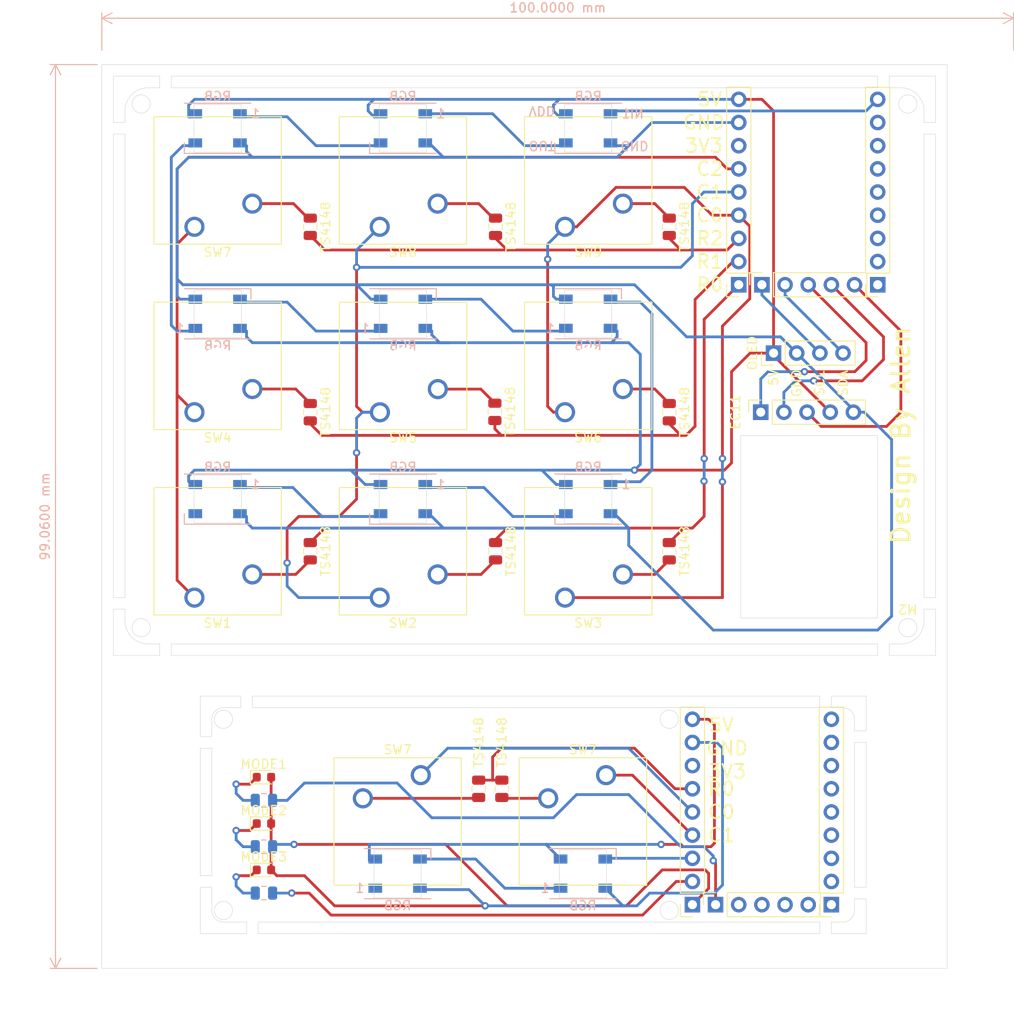
<source format=kicad_pcb>
(kicad_pcb (version 20211014) (generator pcbnew)
  (title_block (title "4*3_programmable_keyboard") (date "2022-05-29"))
  (layers (0 "F.Cu" signal) (31 "B.Cu" signal) (34 "B.Paste" user) (35 "F.Paste" user) (36 "B.SilkS" user "B.Silkscreen") (37 "F.SilkS" user "F.Silkscreen") (38 "B.Mask" user) (39 "F.Mask" user) (44 "Edge.Cuts" user))
  (net 0 "")
  (footprint "Capacitor_SMD:C_0805_2012Metric" (layer "F.Cu") (at 71.046677 91.401243 -90)
    (fp_text reference "TS4148")
    (fp_text value "C_0805_2012Metric")
  )
  (footprint "Button_Switch_Keyboard:SW_Cherry_MX_1.00u_Plate" (layer "F.Cu") (at 38.1 71.12 180)
    (fp_text reference "SW7")
    (fp_text value "SW_Cherry_MX_1.00u_Plate")
  )
  (footprint "Button_Switch_Keyboard:SW_Cherry_MX_1.00u_Plate" (layer "F.Cu") (at 58.42 71.12 180)
    (fp_text reference "SW8")
    (fp_text value "SW_Cherry_MX_1.00u_Plate")
  )
  (footprint "Capacitor_SMD:C_0805_2012Metric" (layer "F.Cu") (at 50.8 71.12 -90)
    (fp_text reference "TS4148")
    (fp_text value "C_0805_2012Metric")
  )
  (footprint "Capacitor_SMD:C_0805_2012Metric" (layer "F.Cu") (at 71.12 106.68 -90)
    (fp_text reference "TS4148")
    (fp_text value "C_0805_2012Metric")
  )
  (footprint "Connector_PinSocket_2.54mm:PinSocket_1x05_P2.54mm_Vertical" (layer "F.Cu") (at 95.25 145.415 90)
    (fp_text reference "REF**" hide)
    (fp_text value "PinSocket_1x05_P2.54mm_Vertical")
  )
  (footprint "Connector_PinSocket_2.54mm:PinSocket_1x09_P2.54mm_Vertical" (layer "F.Cu") (at 97.79 77.47 180)
    (fp_text reference "REF**" hide)
    (fp_text value "PinSocket_1x09_P2.54mm_Vertical")
  )
  (footprint "Capacitor_SMD:C_0805_2012Metric" (layer "F.Cu") (at 90.17 71.12 -90)
    (fp_text reference "TS4148")
    (fp_text value "C_0805_2012Metric")
  )
  (footprint "Capacitor_SMD:C_0805_2012Metric" (layer "F.Cu") (at 50.8 91.44 -90)
    (fp_text reference "TS4148")
    (fp_text value "C_0805_2012Metric")
  )
  (footprint "Button_Switch_Keyboard:SW_Cherry_MX_1.00u_Plate" (layer "F.Cu") (at 78.74 111.76 180)
    (fp_text reference "SW3")
    (fp_text value "SW_Cherry_MX_1.00u_Plate")
  )
  (footprint "Button_Switch_Keyboard:SW_Cherry_MX_1.00u_Plate" (layer "F.Cu") (at 62.92 131.22)
    (fp_text reference "SW7")
    (fp_text value "SW_Cherry_MX_1.00u_Plate")
  )
  (footprint "LED_SMD:LED_0603_1608Metric" (layer "F.Cu") (at 45.72 141.605)
    (fp_text reference "MODE３")
    (fp_text value "LED_0603_1608Metric")
  )
  (footprint "Button_Switch_Keyboard:SW_Cherry_MX_1.00u_Plate" (layer "F.Cu") (at 83.24 131.22)
    (fp_text reference "SW7")
    (fp_text value "SW_Cherry_MX_1.00u_Plate")
  )
  (footprint "Button_Switch_Keyboard:SW_Cherry_MX_1.00u_Plate" (layer "F.Cu") (at 58.42 111.76 180)
    (fp_text reference "SW2")
    (fp_text value "SW_Cherry_MX_1.00u_Plate")
  )
  (footprint "Button_Switch_Keyboard:SW_Cherry_MX_1.00u_Plate" (layer "F.Cu") (at 38.1 91.44 180)
    (fp_text reference "SW4")
    (fp_text value "SW_Cherry_MX_1.00u_Plate")
  )
  (footprint "Connector_PinSocket_2.54mm:PinSocket_1x09_P2.54mm_Vertical" (layer "F.Cu") (at 113.03 77.47 180)
    (fp_text reference "REF**" hide)
    (fp_text value "PinSocket_1x09_P2.54mm_Vertical")
  )
  (footprint "Capacitor_SMD:C_0805_2012Metric" (layer "F.Cu") (at 71.81 132.715 90)
    (fp_text reference "TS4148")
    (fp_text value "C_0805_2012Metric")
  )
  (footprint "Button_Switch_Keyboard:SW_Cherry_MX_1.00u_Plate" (layer "F.Cu") (at 58.439218 91.449609 180)
    (fp_text reference "SW5")
    (fp_text value "SW_Cherry_MX_1.00u_Plate")
  )
  (footprint "Button_Switch_Keyboard:SW_Cherry_MX_1.00u_Plate" (layer "F.Cu") (at 78.74 71.12 180)
    (fp_text reference "SW9")
    (fp_text value "SW_Cherry_MX_1.00u_Plate")
  )
  (footprint "LED_SMD:LED_0603_1608Metric" (layer "F.Cu") (at 45.72 136.525)
    (fp_text reference "MODE２")
    (fp_text value "LED_0603_1608Metric")
  )
  (footprint "Capacitor_SMD:C_0805_2012Metric" (layer "F.Cu") (at 90.17 106.68 -90)
    (fp_text reference "TS4148")
    (fp_text value "C_0805_2012Metric")
  )
  (footprint "LED_SMD:LED_0603_1608Metric" (layer "F.Cu") (at 45.72 131.445)
    (fp_text reference "MODE１")
    (fp_text value "LED_0603_1608Metric")
  )
  (footprint "Connector_PinSocket_2.54mm:PinSocket_1x09_P2.54mm_Vertical" (layer "F.Cu") (at 92.71 145.415 180)
    (fp_text reference "REF**" hide)
    (fp_text value "PinSocket_1x09_P2.54mm_Vertical")
  )
  (footprint "Button_Switch_Keyboard:SW_Cherry_MX_1.00u_Plate" (layer "F.Cu") (at 78.74 91.44 180)
    (fp_text reference "SW6")
    (fp_text value "SW_Cherry_MX_1.00u_Plate")
  )
  (footprint "Connector_PinSocket_2.54mm:PinSocket_1x09_P2.54mm_Vertical" (layer "F.Cu") (at 107.95 145.415 180)
    (fp_text reference "REF**" hide)
    (fp_text value "PinSocket_1x09_P2.54mm_Vertical")
  )
  (footprint "Button_Switch_Keyboard:SW_Cherry_MX_1.00u_Plate" (layer "F.Cu") (at 38.1 111.76 180)
    (fp_text reference "SW1")
    (fp_text value "SW_Cherry_MX_1.00u_Plate")
  )
  (footprint "Connector_PinSocket_2.54mm:PinSocket_1x05_P2.54mm_Vertical" (layer "F.Cu") (at 100.33 77.47 90)
    (fp_text reference "REF**" hide)
    (fp_text value "PinSocket_1x05_P2.54mm_Vertical")
  )
  (footprint "Connector_PinHeader_2.54mm:PinHeader_1x04_P2.54mm_Vertical" (layer "F.Cu") (at 101.61 84.963 90)
    (fp_text reference "OLED")
    (fp_text value "PinHeader_1x04_P2.54mm_Vertical")
  )
  (footprint "Capacitor_SMD:C_0805_2012Metric" (layer "F.Cu") (at 90.17 91.44 -90)
    (fp_text reference "TS4148")
    (fp_text value "C_0805_2012Metric")
  )
  (footprint "Connector_PinSocket_2.54mm:PinSocket_1x05_P2.54mm_Vertical" (layer "F.Cu") (at 100.203 91.44 90)
    (fp_text reference "EC11")
    (fp_text value "PinSocket_1x05_P2.54mm_Vertical")
  )
  (footprint "Capacitor_SMD:C_0805_2012Metric" (layer "F.Cu") (at 50.8 106.68 -90)
    (fp_text reference "TS4148")
    (fp_text value "C_0805_2012Metric")
  )
  (footprint "Capacitor_SMD:C_0805_2012Metric" (layer "F.Cu") (at 71.12 71.12 -90)
    (fp_text reference "TS4148")
    (fp_text value "C_0805_2012Metric")
  )
  (footprint "Capacitor_SMD:C_0805_2012Metric" (layer "F.Cu") (at 69.27 132.715 90)
    (fp_text reference "TS4148")
    (fp_text value "C_0805_2012Metric")
  )
  (footprint "Capacitor_SMD:C_0805_2012Metric" (layer "B.Cu") (at 45.72 139.065 180)
    (fp_text reference "TS4148" hide)
    (fp_text value "C_0805_2012Metric")
  )
  (footprint "LED_SMD:LED_WS2812B_PLCC4_5.0x5.0mm_P3.2mm" (layer "B.Cu") (at 60.96 60.325 180)
    (fp_text reference "RGB")
    (fp_text value "LED_WS2812B_PLCC4_5.0x5.0mm_P3.2mm")
  )
  (footprint "LED_SMD:LED_WS2812B_PLCC4_5.0x5.0mm_P3.2mm" (layer "B.Cu") (at 40.64 100.965 180)
    (fp_text reference "RGB")
    (fp_text value "LED_WS2812B_PLCC4_5.0x5.0mm_P3.2mm")
  )
  (footprint "LED_SMD:LED_WS2812B_PLCC4_5.0x5.0mm_P3.2mm" (layer "B.Cu") (at 40.64 60.325 180)
    (fp_text reference "RGB")
    (fp_text value "LED_WS2812B_PLCC4_5.0x5.0mm_P3.2mm")
  )
  (footprint "LED_SMD:LED_WS2812B_PLCC4_5.0x5.0mm_P3.2mm" (layer "B.Cu") (at 60.96 100.965 180)
    (fp_text reference "RGB")
    (fp_text value "LED_WS2812B_PLCC4_5.0x5.0mm_P3.2mm")
  )
  (footprint "LED_SMD:LED_WS2812B_PLCC4_5.0x5.0mm_P3.2mm" (layer "B.Cu") (at 81.28 100.965 180)
    (fp_text reference "RGB")
    (fp_text value "LED_WS2812B_PLCC4_5.0x5.0mm_P3.2mm")
  )
  (footprint "LED_SMD:LED_WS2812B_PLCC4_5.0x5.0mm_P3.2mm" (layer "B.Cu") (at 81.28 60.325 180)
    (fp_text reference "RGB")
    (fp_text value "LED_WS2812B_PLCC4_5.0x5.0mm_P3.2mm")
  )
  (footprint "LED_SMD:LED_WS2812B_PLCC4_5.0x5.0mm_P3.2mm" (layer "B.Cu") (at 60.969332 80.65278)
    (fp_text reference "RGB")
    (fp_text value "LED_WS2812B_PLCC4_5.0x5.0mm_P3.2mm")
  )
  (footprint "LED_SMD:LED_WS2812B_PLCC4_5.0x5.0mm_P3.2mm" (layer "B.Cu") (at 40.645771 80.65278)
    (fp_text reference "RGB")
    (fp_text value "LED_WS2812B_PLCC4_5.0x5.0mm_P3.2mm")
  )
  (footprint "LED_SMD:LED_WS2812B_PLCC4_5.0x5.0mm_P3.2mm" (layer "B.Cu") (at 81.28 80.645)
    (fp_text reference "RGB")
    (fp_text value "LED_WS2812B_PLCC4_5.0x5.0mm_P3.2mm")
  )
  (footprint "Capacitor_SMD:C_0805_2012Metric" (layer "B.Cu") (at 45.72 133.985 180)
    (fp_text reference "TS4148" hide)
    (fp_text value "C_0805_2012Metric")
  )
  (footprint "Capacitor_SMD:C_0805_2012Metric" (layer "B.Cu") (at 45.72 144.145 180)
    (fp_text reference "TS4148" hide)
    (fp_text value "C_0805_2012Metric")
  )
  (footprint "LED_SMD:LED_WS2812B_PLCC4_5.0x5.0mm_P3.2mm" (layer "B.Cu") (at 60.38 142.015)
    (fp_text reference "RGB")
    (fp_text value "LED_WS2812B_PLCC4_5.0x5.0mm_P3.2mm")
  )
  (footprint "LED_SMD:LED_WS2812B_PLCC4_5.0x5.0mm_P3.2mm" (layer "B.Cu") (at 80.7 142.015)
    (fp_text reference "RGB")
    (fp_text value "LED_WS2812B_PLCC4_5.0x5.0mm_P3.2mm")
  )
  (gr_arc (start 109.22 123.825) (mid 110.118026 124.196974) (end 110.49 125.095) (layer "Edge.Cuts") (width 0.05))
  (gr_arc (start 41.275 147.32) (mid 40.376974 146.948026) (end 40.005 146.05) (layer "Edge.Cuts") (width 0.05))
  (gr_line (start 119.38 60.96) (end 118.11 60.96) (layer "Edge.Cuts") (width 0.05))
  (gr_line (start 114.3 116.84) (end 114.3 118.11) (layer "Edge.Cuts") (width 0.05))
  (gr_line (start 30.48 113.03) (end 30.48 114.3) (layer "Edge.Cuts") (width 0.05))
  (gr_line (start 106.68 148.59) (end 106.68 147.32) (layer "Edge.Cuts") (width 0.05))
  (gr_line (start 44.45 122.555) (end 44.45 123.825) (layer "Edge.Cuts") (width 0.05))
  (gr_line (start 40.005 125.095) (end 40.005 127) (layer "Edge.Cuts") (width 0.05))
  (gr_line (start 111.76 148.59) (end 111.76 144.78) (layer "Edge.Cuts") (width 0.05))
  (gr_rect (start 43.241538 103.567747) (end 38.059938 98.356147) (layer "Edge.Cuts") (width 0.05) (fill none))
  (gr_line (start 110.49 126.365) (end 110.49 125.095) (layer "Edge.Cuts") (width 0.05))
  (gr_arc (start 110.49 146.05) (mid 110.118026 146.948026) (end 109.22 147.32) (layer "Edge.Cuts") (width 0.05))
  (gr_line (start 119.38 111.76) (end 119.38 60.96) (layer "Edge.Cuts") (width 0.05))
  (gr_line (start 113.03 55.88) (end 35.56 55.88) (layer "Edge.Cuts") (width 0.05))
  (gr_line (start 118.11 111.76) (end 119.38 111.76) (layer "Edge.Cuts") (width 0.05))
  (gr_rect (start 57.7892 139.4142) (end 62.9708 144.6666) (layer "Edge.Cuts") (width 0.05) (fill none))
  (gr_line (start 113.03 55.88) (end 113.03 54.61) (layer "Edge.Cuts") (width 0.05))
  (gr_line (start 29.21 54.61) (end 29.21 59.69) (layer "Edge.Cuts") (width 0.05))
  (gr_line (start 107.95 147.32) (end 107.95 148.59) (layer "Edge.Cuts") (width 0.05))
  (gr_line (start 35.56 116.84) (end 35.56 118.11) (layer "Edge.Cuts") (width 0.05))
  (gr_line (start 34.29 54.61) (end 34.29 55.88) (layer "Edge.Cuts") (width 0.05))
  (gr_rect (start 83.8708 83.2358) (end 78.6892 78.0542) (layer "Edge.Cuts") (width 0.05) (fill none))
  (gr_line (start 40.005 128.27) (end 40.005 142.24) (layer "Edge.Cuts") (width 0.05))
  (gr_rect (start 27.94 53.34) (end 120.65 152.4) (layer "Edge.Cuts") (width 0.05) (fill none))
  (gr_line (start 40.005 143.51) (end 40.005 146.05) (layer "Edge.Cuts") (width 0.05))
  (gr_line (start 114.3 55.88) (end 114.3 54.61) (layer "Edge.Cuts") (width 0.05))
  (gr_circle (center 116.332 57.658) (end 117.332 57.658) (layer "Edge.Cuts") (width 0.05) (fill none))
  (gr_line (start 110.49 144.78) (end 110.49 146.05) (layer "Edge.Cuts") (width 0.05))
  (gr_line (start 38.735 142.24) (end 38.735 128.27) (layer "Edge.Cuts") (width 0.05))
  (gr_line (start 110.49 143.51) (end 111.76 143.51) (layer "Edge.Cuts") (width 0.05))
  (gr_line (start 111.76 143.51) (end 111.76 127.635) (layer "Edge.Cuts") (width 0.05))
  (gr_line (start 34.29 54.61) (end 29.21 54.61) (layer "Edge.Cuts") (width 0.05))
  (gr_line (start 30.48 60.96) (end 29.21 60.96) (layer "Edge.Cuts") (width 0.05))
  (gr_rect (start 83.876806 103.618547) (end 78.695206 98.315347) (layer "Edge.Cuts") (width 0.05) (fill none))
  (gr_line (start 35.56 54.61) (end 35.56 55.88) (layer "Edge.Cuts") (width 0.05))
  (gr_rect (start 43.241538 83.2558) (end 38.059938 78.0542) (layer "Edge.Cuts") (width 0.05) (fill none))
  (gr_line (start 111.76 144.78) (end 110.49 144.78) (layer "Edge.Cuts") (width 0.05))
  (gr_line (start 38.735 143.51) (end 40.005 143.51) (layer "Edge.Cuts") (width 0.05))
  (gr_circle (center 90.17 146.05) (end 91.17 146.05) (layer "Edge.Cuts") (width 0.05) (fill none))
  (gr_line (start 30.48 59.69) (end 30.48 58.42) (layer "Edge.Cuts") (width 0.05))
  (gr_line (start 29.21 60.96) (end 29.21 111.76) (layer "Edge.Cuts") (width 0.05))
  (gr_line (start 119.38 54.61) (end 119.38 59.69) (layer "Edge.Cuts") (width 0.05))
  (gr_rect (start 63.559172 83.2558) (end 58.377572 78.0542) (layer "Edge.Cuts") (width 0.05) (fill none))
  (gr_rect (start 63.5508 103.575) (end 58.3692 98.3226) (layer "Edge.Cuts") (width 0.05) (fill none))
  (gr_line (start 33.02 55.88) (end 34.29 55.88) (layer "Edge.Cuts") (width 0.05))
  (gr_line (start 43.815 148.59) (end 43.815 147.32) (layer "Edge.Cuts") (width 0.05))
  (gr_line (start 119.38 118.11) (end 119.38 113.03) (layer "Edge.Cuts") (width 0.05))
  (gr_line (start 43.18 123.825) (end 41.275 123.825) (layer "Edge.Cuts") (width 0.05))
  (gr_line (start 115.57 55.88) (end 114.3 55.88) (layer "Edge.Cuts") (width 0.05))
  (gr_circle (center 116.332 115.062) (end 117.332 115.062) (layer "Edge.Cuts") (width 0.05) (fill none))
  (gr_arc (start 40.005 125.095) (mid 40.376974 124.196974) (end 41.275 123.825) (layer "Edge.Cuts") (width 0.05))
  (gr_line (start 40.005 127) (end 38.735 127) (layer "Edge.Cuts") (width 0.05))
  (gr_line (start 114.3 54.61) (end 119.38 54.61) (layer "Edge.Cuts") (width 0.05))
  (gr_rect (start 78.1092 139.3988) (end 83.2908 144.6512) (layer "Edge.Cuts") (width 0.05) (fill none))
  (gr_line (start 118.11 60.96) (end 118.11 111.76) (layer "Edge.Cuts") (width 0.05))
  (gr_line (start 113.03 54.61) (end 35.56 54.61) (layer "Edge.Cuts") (width 0.05))
  (gr_line (start 30.48 60.96) (end 30.48 111.76) (layer "Edge.Cuts") (width 0.05))
  (gr_line (start 106.68 147.32) (end 45.085 147.32) (layer "Edge.Cuts") (width 0.05))
  (gr_line (start 44.45 123.825) (end 106.68 123.825) (layer "Edge.Cuts") (width 0.05))
  (gr_arc (start 33.02 116.84) (mid 31.223949 116.096051) (end 30.48 114.3) (layer "Edge.Cuts") (width 0.05))
  (gr_circle (center 41.275 125.095) (end 42.275 125.095) (layer "Edge.Cuts") (width 0.05) (fill none))
  (gr_line (start 45.085 147.32) (end 45.085 148.59) (layer "Edge.Cuts") (width 0.05))
  (gr_line (start 110.49 127.635) (end 110.49 143.51) (layer "Edge.Cuts") (width 0.05))
  (gr_line (start 111.76 122.555) (end 111.76 126.365) (layer "Edge.Cuts") (width 0.05))
  (gr_line (start 30.48 113.03) (end 29.21 113.03) (layer "Edge.Cuts") (width 0.05))
  (gr_line (start 107.95 148.59) (end 111.76 148.59) (layer "Edge.Cuts") (width 0.05))
  (gr_rect (start 43.2308 62.9358) (end 38.0492 57.7142) (layer "Edge.Cuts") (width 0.05) (fill none))
  (gr_line (start 34.29 118.11) (end 34.29 116.84) (layer "Edge.Cuts") (width 0.05))
  (gr_line (start 38.735 122.555) (end 43.18 122.555) (layer "Edge.Cuts") (width 0.05))
  (gr_line (start 29.21 111.76) (end 30.48 111.76) (layer "Edge.Cuts") (width 0.05))
  (gr_line (start 40.005 142.24) (end 38.735 142.24) (layer "Edge.Cuts") (width 0.05))
  (gr_line (start 111.76 127.635) (end 110.49 127.635) (layer "Edge.Cuts") (width 0.05))
  (gr_line (start 113.03 118.11) (end 113.03 116.84) (layer "Edge.Cuts") (width 0.05))
  (gr_line (start 119.38 59.69) (end 118.11 59.69) (layer "Edge.Cuts") (width 0.05))
  (gr_line (start 106.68 122.555) (end 44.45 122.555) (layer "Edge.Cuts") (width 0.05))
  (gr_line (start 43.815 147.32) (end 41.275 147.32) (layer "Edge.Cuts") (width 0.05))
  (gr_line (start 45.085 148.59) (end 106.68 148.59) (layer "Edge.Cuts") (width 0.05))
  (gr_line (start 115.57 116.84) (end 114.3 116.84) (layer "Edge.Cuts") (width 0.05))
  (gr_line (start 118.11 58.42) (end 118.11 59.69) (layer "Edge.Cuts") (width 0.05))
  (gr_line (start 114.3 118.11) (end 119.38 118.11) (layer "Edge.Cuts") (width 0.05))
  (gr_line (start 109.22 123.825) (end 107.95 123.825) (layer "Edge.Cuts") (width 0.05))
  (gr_line (start 35.56 116.84) (end 113.03 116.84) (layer "Edge.Cuts") (width 0.05))
  (gr_line (start 29.21 113.03) (end 29.21 118.11) (layer "Edge.Cuts") (width 0.05))
  (gr_line (start 107.95 123.825) (end 107.95 122.555) (layer "Edge.Cuts") (width 0.05))
  (gr_line (start 34.29 116.84) (end 33.02 116.84) (layer "Edge.Cuts") (width 0.05))
  (gr_rect (start 83.8708 62.9258) (end 78.6892 57.6834) (layer "Edge.Cuts") (width 0.05) (fill none))
  (gr_line (start 38.735 127) (end 38.735 122.555) (layer "Edge.Cuts") (width 0.05))
  (gr_line (start 107.95 122.555) (end 111.76 122.555) (layer "Edge.Cuts") (width 0.05))
  (gr_line (start 35.56 118.11) (end 113.03 118.11) (layer "Edge.Cuts") (width 0.05))
  (gr_circle (center 32.258 57.658) (end 33.258 57.658) (layer "Edge.Cuts") (width 0.05) (fill none))
  (gr_line (start 38.735 143.51) (end 38.735 148.59) (layer "Edge.Cuts") (width 0.05))
  (gr_circle (center 90.17 125.095) (end 91.17 125.095) (layer "Edge.Cuts") (width 0.05) (fill none))
  (gr_line (start 29.21 118.11) (end 34.29 118.11) (layer "Edge.Cuts") (width 0.05))
  (gr_arc (start 30.48 58.42) (mid 31.223949 56.623949) (end 33.02 55.88) (layer "Edge.Cuts") (width 0.05))
  (gr_arc (start 115.57 55.88) (mid 117.366051 56.623949) (end 118.11 58.42) (layer "Edge.Cuts") (width 0.05))
  (gr_rect (start 63.5508 62.9358) (end 58.3692 57.7142) (layer "Edge.Cuts") (width 0.05) (fill none))
  (gr_rect (start 98 94) (end 113 114) (layer "Edge.Cuts") (width 0.05) (fill none))
  (gr_line (start 29.21 59.69) (end 30.48 59.69) (layer "Edge.Cuts") (width 0.05))
  (gr_line (start 43.18 122.555) (end 43.18 123.825) (layer "Edge.Cuts") (width 0.05))
  (gr_line (start 106.68 123.825) (end 106.68 122.555) (layer "Edge.Cuts") (width 0.05))
  (gr_circle (center 41.275 146.05) (end 42.275 146.05) (layer "Edge.Cuts") (width 0.05) (fill none))
  (gr_line (start 118.11 113.03) (end 118.11 114.3) (layer "Edge.Cuts") (width 0.05))
  (gr_arc (start 118.11 114.3) (mid 117.366051 116.096051) (end 115.57 116.84) (layer "Edge.Cuts") (width 0.05))
  (gr_circle (center 32.258 115.062) (end 33.258 115.062) (layer "Edge.Cuts") (width 0.05) (fill none))
  (gr_line (start 38.735 148.59) (end 43.815 148.59) (layer "Edge.Cuts") (width 0.05))
  (gr_line (start 109.22 147.32) (end 107.95 147.32) (layer "Edge.Cuts") (width 0.05))
  (gr_line (start 119.38 113.03) (end 118.11 113.03) (layer "Edge.Cuts") (width 0.05))
  (gr_line (start 111.76 126.365) (end 110.49 126.365) (layer "Edge.Cuts") (width 0.05))
  (gr_line (start 38.735 128.27) (end 40.005 128.27) (layer "Edge.Cuts") (width 0.05))
  (gr_text "OUT\n" (at 76.2 62.23 -180) (layer "B.SilkS") (effects (font (size 1 1)) (justify mirror)))
  (gr_text "VDD" (at 76.2 58.42 -180) (layer "B.SilkS") (effects (font (size 1 1)) (justify mirror)))
  (gr_text "GND" (at 86.36 62.23 -180) (layer "B.SilkS") (effects (font (size 1 1)) (justify mirror)))
  (gr_text "IN" (at 86.614 58.674 -180) (layer "B.SilkS") (effects (font (size 1 1)) (justify mirror)))
  (gr_text "C0" (at 94.615 69.85) (layer "F.SilkS") (effects (font (size 1.5 1.5) (thickness 0.2))))
  (gr_text "C0" (at 95.885 135.255) (layer "F.SilkS") (effects (font (size 1.5 1.5) (thickness 0.2))))
  (gr_text "C1\n" (at 94.615 67.31) (layer "F.SilkS") (effects (font (size 1.5 1.5) (thickness 0.2))))
  (gr_text "R0" (at 95.885 132.715) (layer "F.SilkS") (effects (font (size 1.5 1.5) (thickness 0.2))))
  (gr_text "C2\n" (at 94.615 64.77) (layer "F.SilkS") (effects (font (size 1.5 1.5) (thickness 0.2))))
  (gr_text "R0" (at 94.615 77.47) (layer "F.SilkS") (effects (font (size 1.5 1.5) (thickness 0.2))))
  (gr_text "GND" (at 104.14 88.265 90) (layer "F.SilkS") (effects (font (size 1 1))))
  (gr_text "Design By Allen" (at 115.57 93.98 90) (layer "F.SilkS") (effects (font (size 2 2) (thickness 0.3))))
  (gr_text "SCL" (at 106.669198 88.265 90) (layer "F.SilkS") (effects (font (size 1 1))))
  (gr_text "M2" (at 116.332 113.03 180) (layer "F.SilkS") (effects (font (size 1 1))))
  (gr_text "GND" (at 96.52 128.27) (layer "F.SilkS") (effects (font (size 1.5 1.5) (thickness 0.2))))
  (gr_text "3V3\n" (at 93.98 62.23) (layer "F.SilkS") (effects (font (size 1.5 1.5) (thickness 0.2))))
  (gr_text "SDA" (at 109.232764 88.265 90) (layer "F.SilkS") (effects (font (size 1 1))))
  (gr_text "3V3\n" (at 96.52 130.81) (layer "F.SilkS") (effects (font (size 1.5 1.5) (thickness 0.2))))
  (gr_text "R2\n" (at 94.615 72.39) (layer "F.SilkS") (effects (font (size 1.5 1.5) (thickness 0.2))))
  (gr_text "5V" (at 95.885 125.73) (layer "F.SilkS") (effects (font (size 1.5 1.5) (thickness 0.2))))
  (gr_text "C1\n" (at 95.885 137.795) (layer "F.SilkS") (effects (font (size 1.5 1.5) (thickness 0.2))))
  (gr_text "5V" (at 101.61 87.63 90) (layer "F.SilkS") (effects (font (size 1 1))))
  (gr_text "GND" (at 93.98 59.69) (layer "F.SilkS") (effects (font (size 1.5 1.5) (thickness 0.2))))
  (gr_text "R1\n" (at 94.615 74.93) (layer "F.SilkS") (effects (font (size 1.5 1.5) (thickness 0.2))))
  (gr_text "5V" (at 94.615 57.15) (layer "F.SilkS") (effects (font (size 1.5 1.5) (thickness 0.2))))
  (dimension (type aligned) (layer "B.SilkS") (pts (xy 27.94 52.26) (xy 127.94 52.26)) (height -4) (gr_text "100.0000 mm" (at 77.94 47.11) (layer "B.SilkS") (effects (font (size 1 1) (thickness 0.15)))) (format (units 3) (units_format 1) (precision 4)) (style (thickness 0.12) (arrow_length 1.27) (text_position_mode 0) (extension_height 0.58642) (extension_offset 0.5) keep_text_aligned))
  (dimension (type aligned) (layer "B.SilkS") (pts (xy 27.94 53.34) (xy 27.94 152.4)) (height 5.08) (gr_text "99.0600 mm" (at 21.71 102.87 90) (layer "B.SilkS") (effects (font (size 1 1) (thickness 0.15)))) (format (units 3) (units_format 1) (precision 4)) (style (thickness 0.12) (arrow_length 1.27) (text_position_mode 0) (extension_height 0.58642) (extension_offset 0.5) keep_text_aligned))
  (segment (start 44.45 109.22) (end 49.21 109.22) (width 0.3048) (layer "F.Cu") (net 0))
  (segment (start 95.25 145.415) (end 95.25 140.843) (width 0.3048) (layer "F.Cu") (net 0))
  (segment (start 44.45 88.9) (end 49.21 88.9) (width 0.3048) (layer "F.Cu") (net 0))
  (segment (start 49.022 138.811) (end 65.659 138.811) (width 0.3048) (layer "F.Cu") (net 0))
  (segment (start 83.24 131.22) (end 86.135 131.22) (width 0.3048) (layer "F.Cu") (net 0))
  (segment (start 77.47 91.44) (end 78.74 91.44) (width 0.3048) (layer "F.Cu") (net 0))
  (segment (start 64.77 109.22) (end 69.53 109.22) (width 0.3048) (layer "F.Cu") (net 0))
  (segment (start 110.49 77.47) (end 115.57 82.55) (width 0.3048) (layer "F.Cu") (net 0))
  (segment (start 71.12 72.39) (end 72.39 73.66) (width 0.3048) (layer "F.Cu") (net 0))
  (segment (start 76.835 74.676) (end 76.835 90.805) (width 0.3048) (layer "F.Cu") (net 0))
  (segment (start 55.88 100.965) (end 54.61 102.235) (width 0.3048) (layer "F.Cu") (net 0))
  (segment (start 36.195 73.025) (end 38.1 71.12) (width 0.3048) (layer "F.Cu") (net 0))
  (segment (start 105 87) (end 110.52 87) (width 0.3048) (layer "F.Cu") (net 0))
  (segment (start 69.53 109.22) (end 71.12 107.63) (width 0.3048) (layer "F.Cu") (net 0))
  (segment (start 36.195 109.855) (end 36.195 89.535) (width 0.3048) (layer "F.Cu") (net 0))
  (segment (start 101.61 85.227) (end 107.823 91.44) (width 0.3048) (layer "F.Cu") (net 0))
  (segment (start 71.12 105.73) (end 71.12 105.41) (width 0.3048) (layer "F.Cu") (net 0))
  (segment (start 101.61 58.43) (end 100.33 57.15) (width 0.3048) (layer "F.Cu") (net 0))
  (segment (start 91.44 138.811) (end 91.694 139.065) (width 0.3048) (layer "F.Cu") (net 0))
  (segment (start 49.21 88.9) (end 50.8 90.49) (width 0.3048) (layer "F.Cu") (net 0))
  (segment (start 110.52 87) (end 111.76 85.76) (width 0.3048) (layer "F.Cu") (net 0))
  (segment (start 91.694 139.065) (end 94.742 139.065) (width 0.3048) (layer "F.Cu") (net 0))
  (segment (start 53.086 146.558) (end 87.249 146.558) (width 0.3048) (layer "F.Cu") (net 0))
  (segment (start 69.505043 88.909609) (end 71.046677 90.451243) (width 0.3048) (layer "F.Cu") (net 0))
  (segment (start 97 97) (end 97 87) (width 0.3048) (layer "F.Cu") (net 0))
  (segment (start 101.61 84.963) (end 101.61 58.43) (width 0.3048) (layer "F.Cu") (net 0))
  (segment (start 85.471 145.542) (end 89.408 141.605) (width 0.3048) (layer "F.Cu") (net 0))
  (segment (start 91.821 66.802) (end 94.869 69.85) (width 0.3048) (layer "F.Cu") (net 0))
  (segment (start 53.975 102.87) (end 49.53 102.87) (width 0.3048) (layer "F.Cu") (net 0))
  (segment (start 86.36 128.27) (end 90.805 132.715) (width 0.3048) (layer "F.Cu") (net 0))
  (segment (start 96 111.76) (end 78.74 111.76) (width 0.3048) (layer "F.Cu") (net 0))
  (segment (start 44.1705 132.207) (end 44.9325 131.445) (width 0.3048) (layer "F.Cu") (net 0))
  (segment (start 49.21 109.22) (end 50.8 107.63) (width 0.3048) (layer "F.Cu") (net 0))
  (segment (start 71.755 128.27) (end 86.36 128.27) (width 0.3048) (layer "F.Cu") (net 0))
  (segment (start 94 99.02) (end 94 102.85) (width 0.3048) (layer "F.Cu") (net 0))
  (segment (start 91.76 104.14) (end 72.39 104.14) (width 0.3048) (layer "F.Cu") (net 0))
  (segment (start 94 96.52) (end 94 81.26) (width 0.3048) (layer "F.Cu") (net 0))
  (segment (start 93 92.98) (end 93 79.085) (width 0.3048) (layer "F.Cu") (net 0))
  (segment (start 70.8 131.765) (end 71.81 131.765) (width 0.3048) (layer "F.Cu") (net 0))
  (segment (start 95.25 63.5) (end 96.52 64.77) (width 0.3048) (layer "F.Cu") (net 0))
  (segment (start 50.8 92.39) (end 50.8 92.71) (width 0.3048) (layer "F.Cu") (net 0))
  (segment (start 71.046677 93.271677) (end 71.755 93.98) (width 0.3048) (layer "F.Cu") (net 0))
  (segment (start 50.8 105.73) (end 52.39 104.14) (width 0.3048) (layer "F.Cu") (net 0))
  (segment (start 42.672 137.287) (end 44.1705 137.287) (width 0.3048) (layer "F.Cu") (net 0))
  (segment (start 92.71 104.14) (end 91.76 104.14) (width 0.3048) (layer "F.Cu") (net 0))
  (segment (start 64.789218 88.909609) (end 69.505043 88.909609) (width 0.3048) (layer "F.Cu") (net 0))
  (segment (start 106 88) (end 111.33 88) (width 0.3048) (layer "F.Cu") (net 0))
  (segment (start 54.61 102.235) (end 53.975 102.87) (width 0.3048) (layer "F.Cu") (net 0))
  (segment (start 50.673 144.145) (end 53.086 146.558) (width 0.3048) (layer "F.Cu") (net 0))
  (segment (start 115.57 82.55) (end 115.57 91.43) (width 0.3048) (layer "F.Cu") (net 0))
  (segment (start 94 81.26) (end 97.79 77.47) (width 0.3048) (layer "F.Cu") (net 0))
  (segment (start 71.12 72.07) (end 71.12 72.39) (width 0.3048) (layer "F.Cu") (net 0))
  (segment (start 53.467 145.542) (end 50.165 142.24) (width 0.3048) (layer "F.Cu") (net 0))
  (segment (start 94 102.85) (end 92.71 104.14) (width 0.3048) (layer "F.Cu") (net 0))
  (segment (start 50.8 72.07) (end 52.39 73.66) (width 0.3048) (layer "F.Cu") (net 0))
  (segment (start 72.39 145.542) (end 85.471 145.542) (width 0.3048) (layer "F.Cu") (net 0))
  (segment (start 42.672 142.367) (end 42.799 142.24) (width 0.3048) (layer "F.Cu") (net 0))
  (segment (start 85.09 109.22) (end 88.58 109.22) (width 0.3048) (layer "F.Cu") (net 0))
  (segment (start 96 82) (end 99 79) (width 0.3048) (layer "F.Cu") (net 0))
  (segment (start 69.276 68.58) (end 70.866 70.17) (width 0.3048) (layer "F.Cu") (net 0))
  (segment (start 90.17 92.39) (end 90.17 92.71) (width 0.3048) (layer "F.Cu") (net 0))
  (segment (start 94.742 139.065) (end 95.123 138.684) (width 0.3048) (layer "F.Cu") (net 0))
  (segment (start 99.037 84.963) (end 101.61 84.963) (width 0.3048) (layer "F.Cu") (net 0))
  (segment (start 44.2685 142.24) (end 44.283 142.2545) (width 0.3048) (layer "F.Cu") (net 0))
  (segment (start 42.799 142.24) (end 44.2685 142.24) (width 0.3048) (layer "F.Cu") (net 0))
  (segment (start 52.07 93.98) (end 71.755 93.98) (width 0.3048) (layer "F.Cu") (net 0))
  (segment (start 92 93.98) (end 93 92.98) (width 0.3048) (layer "F.Cu") (net 0))
  (segment (start 55.88 90.805) (end 56.524609 91.449609) (width 0.3048) (layer "F.Cu") (net 0))
  (segment (start 107.95 77.47) (end 113.665 83.185) (width 0.3048) (layer "F.Cu") (net 0))
  (segment (start 115.57 91.43) (end 114 93) (width 0.3048) (layer "F.Cu") (net 0))
  (segment (start 100.33 57.15) (end 97.79 57.15) (width 0.3048) (layer "F.Cu") (net 0))
  (segment (start 50.165 142.24) (end 47.1425 142.24) (width 0.3048) (layer "F.Cu") (net 0))
  (segment (start 71.755 93.98) (end 91.44 93.98) (width 0.3048) (layer "F.Cu") (net 0))
  (segment (start 48.768 144.145) (end 50.673 144.145) (width 0.3048) (layer "F.Cu") (net 0))
  (segment (start 96.52 73.66) (end 97.79 72.39) (width 0.3048) (layer "F.Cu") (net 0))
  (segment (start 85.09 88.9) (end 88.58 88.9) (width 0.3048) (layer "F.Cu") (net 0))
  (segment (start 36.195 89.535) (end 36.195 73.025) (width 0.3048) (layer "F.Cu") (net 0))
  (segment (start 50.8 92.71) (end 52.07 93.98) (width 0.3048) (layer "F.Cu") (net 0))
  (segment (start 87.249 146.558) (end 90.932 142.875) (width 0.3048) (layer "F.Cu") (net 0))
  (segment (start 56.57 133.76) (end 68.955 133.76) (width 0.3048) (layer "F.Cu") (net 0))
  (segment (start 84.328 66.802) (end 91.821 66.802) (width 0.3048) (layer "F.Cu") (net 0))
  (segment (start 90.17 72.07) (end 90.17 72.39) (width 0.3048) (layer "F.Cu") (net 0))
  (segment (start 37.465 63.5) (end 95.25 63.5) (width 0.3048) (layer "F.Cu") (net 0))
  (segment (start 52.39 104.14) (end 72.39 104.14) (width 0.3048) (layer "F.Cu") (net 0))
  (segment (start 55.88 95.885) (end 55.88 100.965) (width 0.3048) (layer "F.Cu") (net 0))
  (segment (start 80.01 71.12) (end 84.328 66.802) (width 0.3048) (layer "F.Cu") (net 0))
  (segment (start 56.524609 91.449609) (end 58.439218 91.449609) (width 0.3048) (layer "F.Cu") (net 0))
  (segment (start 42.672 132.207) (end 44.1705 132.207) (width 0.3048) (layer "F.Cu") (net 0))
  (segment (start 111.76 83.82) (end 105.41 77.47) (width 0.3048) (layer "F.Cu") (net 0))
  (segment (start 90.17 105.73) (end 91.76 104.14) (width 0.3048) (layer "F.Cu") (net 0))
  (segment (start 94.488 125.095) (end 92.71 125.095) (width 0.3048) (layer "F.Cu") (net 0))
  (segment (start 86.36 97.79) (end 96.21 97.79) (width 0.3048) (layer "F.Cu") (net 0))
  (segment (start 48.26 104.14) (end 48.26 107.95) (width 0.3048) (layer "F.Cu") (net 0))
  (segment (start 95.25 140.843) (end 94.996 140.589) (width 0.3048) (layer "F.Cu") (net 0))
  (segment (start 36.195 73.025) (end 36.195 64.77) (width 0.3048) (layer "F.Cu") (net 0))
  (segment (start 89.408 141.605) (end 94.107 141.605) (width 0.3048) (layer "F.Cu") (net 0))
  (segment (start 90.805 132.715) (end 92.71 132.715) (width 0.3048) (layer "F.Cu") (net 0))
  (segment (start 71.046677 92.351243) (end 71.046677 93.271677) (width 0.3048) (layer "F.Cu") (net 0))
  (segment (start 69.977 145.542) (end 53.467 145.542) (width 0.3048) (layer "F.Cu") (net 0))
  (segment (start 52.39 73.66) (end 96.52 73.66) (width 0.3048) (layer "F.Cu") (net 0))
  (segment (start 65.659 138.811) (end 72.39 145.542) (width 0.3048) (layer "F.Cu") (net 0))
  (segment (start 64.77 68.58) (end 69.276 68.58) (width 0.3048) (layer "F.Cu") (net 0))
  (segment (start 85.09 68.58) (end 88.58 68.58) (width 0.3048) (layer "F.Cu") (net 0))
  (segment (start 48.956 68.58) (end 50.546 70.17) (width 0.3048) (layer "F.Cu") (net 0))
  (segment (start 44.45 68.58) (end 48.956 68.58) (width 0.3048) (layer "F.Cu") (net 0))
  (segment (start 113.665 83.185) (end 113.665 85.665) (width 0.3048) (layer "F.Cu") (net 0))
  (segment (start 76.89 133.76) (end 72.125 133.76) (width 0.3048) (layer "F.Cu") (net 0))
  (segment (start 49.53 102.87) (end 48.26 104.14) (width 0.3048) (layer "F.Cu") (net 0))
  (segment (start 44.1705 137.287) (end 44.9325 136.525) (width 0.3048) (layer "F.Cu") (net 0))
  (segment (start 90.932 142.875) (end 92.71 142.875) (width 0.3048) (layer "F.Cu") (net 0))
  (segment (start 96.21 97.79) (end 97 97) (width 0.3048) (layer "F.Cu") (net 0))
  (segment (start 90.17 72.39) (end 91.44 73.66) (width 0.3048) (layer "F.Cu") (net 0))
  (segment (start 99 79) (end 99 71.06) (width 0.3048) (layer "F.Cu") (net 0))
  (segment (start 86.135 131.22) (end 92.71 137.795) (width 0.3048) (layer "F.Cu") (net 0))
  (segment (start 76.835 90.805) (end 77.47 91.44) (width 0.3048) (layer "F.Cu") (net 0))
  (segment (start 111.33 88) (end 113.665 85.665) (width 0.3048) (layer "F.Cu") (net 0))
  (segment (start 78.74 71.12) (end 80.01 71.12) (width 0.3048) (layer "F.Cu") (net 0))
  (segment (start 89.281 138.811) (end 91.44 138.811) (width 0.3048) (layer "F.Cu") (net 0))
  (segment (start 44.283 142.2545) (end 44.9325 141.605) (width 0.3048) (layer "F.Cu") (net 0))
  (segment (start 94.488 141.986) (end 94.488 143.637) (width 0.3048) (layer "F.Cu") (net 0))
  (segment (start 114 93) (end 106.843 93) (width 0.3048) (layer "F.Cu") (net 0))
  (segment (start 47.1425 142.24) (end 46.5075 141.605) (width 0.3048) (layer "F.Cu") (net 0))
  (segment (start 97 87) (end 99.037 84.963) (width 0.3048) (layer "F.Cu") (net 0))
  (segment (start 97.155 74.93) (end 97.79 74.93) (width 0.3048) (layer "F.Cu") (net 0))
  (segment (start 36.195 64.77) (end 37.465 63.5) (width 0.3048) (layer "F.Cu") (net 0))
  (segment (start 96 99.06) (end 96 111.76) (width 0.3048) (layer "F.Cu") (net 0))
  (segment (start 94.107 141.605) (end 94.488 141.986) (width 0.3048) (layer "F.Cu") (net 0))
  (segment (start 95.123 138.684) (end 95.123 125.73) (width 0.3048) (layer "F.Cu") (net 0))
  (segment (start 96.52 64.77) (end 97.79 64.77) (width 0.3048) (layer "F.Cu") (net 0))
  (segment (start 94.869 69.85) (end 97.79 69.85) (width 0.3048) (layer "F.Cu") (net 0))
  (segment (start 70.8 129.225) (end 71.755 128.27) (width 0.3048) (layer "F.Cu") (net 0))
  (segment (start 91.44 93.98) (end 92 93.98) (width 0.3048) (layer "F.Cu") (net 0))
  (segment (start 99 71.06) (end 97.79 69.85) (width 0.3048) (layer "F.Cu") (net 0))
  (segment (start 88.58 88.9) (end 90.17 90.49) (width 0.3048) (layer "F.Cu") (net 0))
  (segment (start 94.488 143.637) (end 92.71 145.415) (width 0.3048) (layer "F.Cu") (net 0))
  (segment (start 93 79.085) (end 97.155 74.93) (width 0.3048) (layer "F.Cu") (net 0))
  (segment (start 70.8 131.765) (end 70.8 129.225) (width 0.3048) (layer "F.Cu") (net 0))
  (segment (start 55.88 75.565) (end 55.88 90.805) (width 0.3048) (layer "F.Cu") (net 0))
  (segment (start 88.58 109.22) (end 90.17 107.63) (width 0.3048) (layer "F.Cu") (net 0))
  (segment (start 88.58 68.58) (end 90.17 70.17) (width 0.3048) (layer "F.Cu") (net 0))
  (segment (start 95.123 125.73) (end 94.488 125.095) (width 0.3048) (layer "F.Cu") (net 0))
  (segment (start 71.12 105.41) (end 72.39 104.14) (width 0.3048) (layer "F.Cu") (net 0))
  (segment (start 90.17 92.71) (end 91.44 93.98) (width 0.3048) (layer "F.Cu") (net 0))
  (segment (start 96 96.52) (end 96 82) (width 0.3048) (layer "F.Cu") (net 0))
  (segment (start 101.61 84.963) (end 101.61 85.227) (width 0.3048) (layer "F.Cu") (net 0))
  (segment (start 38.1 111.76) (end 36.195 109.855) (width 0.3048) (layer "F.Cu") (net 0))
  (segment (start 69.27 131.765) (end 70.8 131.765) (width 0.3048) (layer "F.Cu") (net 0))
  (segment (start 46.5075 141.605) (end 46.5075 131.445) (width 0.3048) (layer "F.Cu") (net 0))
  (segment (start 106.843 93) (end 105.283 91.44) (width 0.3048) (layer "F.Cu") (net 0))
  (segment (start 38.1 91.44) (end 36.195 89.535) (width 0.3048) (layer "F.Cu") (net 0))
  (segment (start 93.98 99) (end 94 99.02) (width 0.3048) (layer "F.Cu") (net 0))
  (segment (start 111.76 85.76) (end 111.76 83.82) (width 0.3048) (layer "F.Cu") (net 0))
  (via (at 69.977 145.542) (size 0.8) (drill 0.4) (layers "F.Cu" "B.Cu") (net 0))
  (via (at 49.022 138.811) (size 0.8) (drill 0.4) (layers "F.Cu" "B.Cu") (net 0))
  (via (at 106 88) (size 0.8) (drill 0.4) (layers "F.Cu" "B.Cu") (net 0))
  (via (at 76.835 74.676) (size 0.8) (drill 0.4) (layers "F.Cu" "B.Cu") (net 0))
  (via (at 42.672 142.367) (size 0.8) (drill 0.4) (layers "F.Cu" "B.Cu") (net 0))
  (via (at 96 96.52) (size 0.8) (drill 0.4) (layers "F.Cu" "B.Cu") (net 0))
  (via (at 96 99.06) (size 0.8) (drill 0.4) (layers "F.Cu" "B.Cu") (net 0))
  (via (at 42.672 132.207) (size 0.8) (drill 0.4) (layers "F.Cu" "B.Cu") (net 0))
  (via (at 42.672 137.287) (size 0.8) (drill 0.4) (layers "F.Cu" "B.Cu") (net 0))
  (via (at 55.88 95.885) (size 0.8) (drill 0.4) (layers "F.Cu" "B.Cu") (net 0))
  (via (at 94 96.52) (size 0.8) (drill 0.4) (layers "F.Cu" "B.Cu") (net 0))
  (via (at 93.98 99) (size 0.8) (drill 0.4) (layers "F.Cu" "B.Cu") (net 0))
  (via (at 55.88 75.565) (size 0.8) (drill 0.4) (layers "F.Cu" "B.Cu") (net 0))
  (via (at 105 87) (size 0.8) (drill 0.4) (layers "F.Cu" "B.Cu") (net 0))
  (via (at 48.26 107.95) (size 0.8) (drill 0.4) (layers "F.Cu" "B.Cu") (net 0))
  (via (at 48.768 144.145) (size 0.8) (drill 0.4) (layers "F.Cu" "B.Cu") (net 0))
  (via (at 94.996 140.589) (size 0.8) (drill 0.4) (layers "F.Cu" "B.Cu") (net 0))
  (via (at 89.281 138.811) (size 0.8) (drill 0.4) (layers "F.Cu" "B.Cu") (net 0))
  (via (at 86.36 97.79) (size 0.8) (drill 0.4) (layers "F.Cu" "B.Cu") (net 0))
  (segment (start 106 88) (end 104 88) (width 0.3048) (layer "B.Cu") (net 0))
  (segment (start 83.45272 143.90472) (end 83.45272 143.615) (width 0.3048) (layer "B.Cu") (net 0))
  (segment (start 43.434 144.145) (end 44.77 144.145) (width 0.3048) (layer "B.Cu") (net 0))
  (segment (start 55.88 77.47) (end 77.255 77.47) (width 0.3048) (layer "B.Cu") (net 0))
  (segment (start 77.47 58.42) (end 78.105 59.055) (width 0.3048) (layer "B.Cu") (net 0))
  (segment (start 42.672 132.207) (end 42.672 133.223) (width 0.3048) (layer "B.Cu") (net 0))
  (segment (start 76.2 97.79) (end 77.775 99.365) (width 0.3048) (layer "B.Cu") (net 0))
  (segment (start 78.105 57.15) (end 77.47 57.785) (width 0.3048) (layer "B.Cu") (net 0))
  (segment (start 55.88 75.565) (end 91.44 75.565) (width 0.3048) (layer "B.Cu") (net 0))
  (segment (start 76.835 74.676) (end 76.835 73.025) (width 0.3048) (layer "B.Cu") (net 0))
  (segment (start 76.835 73.025) (end 78.74 71.12) (width 0.3048) (layer "B.Cu") (net 0))
  (segment (start 62.92 131.22) (end 65.87 128.27) (width 0.3048) (layer "B.Cu") (net 0))
  (segment (start 96.012 128.27) (end 95.377 127.635) (width 0.3048) (layer "B.Cu") (net 0))
  (segment (start 65.405 63.5) (end 64.135 62.23) (width 0.3048) (layer "B.Cu") (net 0))
  (segment (start 57.785 57.15) (end 38.1 57.15) (width 0.3048) (layer "B.Cu") (net 0))
  (segment (start 52.07 102.87) (end 58.205 102.87) (width 0.3048) (layer "B.Cu") (net 0))
  (segment (start 44.45 104.14) (end 65.405 104.14) (width 0.3048) (layer "B.Cu") (net 0))
  (segment (start 55.88 77.47) (end 57.46278 79.05278) (width 0.3048) (layer "B.Cu") (net 0))
  (segment (start 49.022 138.811) (end 46.924 138.811) (width 0.3048) (layer "B.Cu") (net 0))
  (segment (start 65.87 128.27) (end 85.725 128.27) (width 0.3048) (layer "B.Cu") (net 0))
  (segment (start 85.09 79.375) (end 86.995 79.375) (width 0.3048) (layer "B.Cu") (net 0))
  (segment (start 50.165 132.08) (end 48.26 133.985) (width 0.3048) (layer "B.Cu") (net 0))
  (segment (start 85.725 62.23) (end 84.455 62.23) (width 0.3048) (layer "B.Cu") (net 0))
  (segment (start 42.672 133.223) (end 43.434 133.985) (width 0.3048) (layer "B.Cu") (net 0))
  (segment (start 86.614 145.542) (end 88.011 144.145) (width 0.3048) (layer "B.Cu") (net 0))
  (segment (start 57.15 58.42) (end 57.785 59.055) (width 0.3048) (layer "B.Cu") (net 0))
  (segment (start 78.525 102.87) (end 78.533286 102.861714) (width 0.3048) (layer "B.Cu") (net 0))
  (segment (start 92.71 74.295) (end 92.71 68.58) (width 0.3048) (layer "B.Cu") (net 0))
  (segment (start 102.743 89.257) (end 102.743 91.44) (width 0.3048) (layer "B.Cu") (net 0))
  (segment (start 37.465 59.055) (end 37.88728 59.055) (width 0.3048) (layer "B.Cu") (net 0))
  (segment (start 37.465 62.23) (end 36.83 62.23) (width 0.3048) (layer "B.Cu") (net 0))
  (segment (start 48.768 144.145) (end 46.67 144.145) (width 0.3048) (layer "B.Cu") (net 0))
  (segment (start 94 98.98) (end 94 96.52) (width 0.3048) (layer "B.Cu") (net 0))
  (segment (start 35.56 81.915) (end 36.195 82.55) (width 0.3048) (layer "B.Cu") (net 0))
  (segment (start 92.075 83.185) (end 102.372 83.185) (width 0.3048) (layer "B.Cu") (net 0))
  (segment (start 95.123 144.145) (end 96.012 143.256) (width 0.3048) (layer "B.Cu") (net 0))
  (segment (start 113.03 115.316) (end 114.554 113.792) (width 0.3048) (layer "B.Cu") (net 0))
  (segment (start 46.924 138.811) (end 46.67 139.065) (width 0.3048) (layer "B.Cu") (net 0))
  (segment (start 100.33 78.603) (end 106.69 84.963) (width 0.3048) (layer "B.Cu") (net 0))
  (segment (start 92.71 140.335) (end 83.53272 140.335) (width 0.3048) (layer "B.Cu") (net 0))
  (segment (start 51.435 62.23) (end 57.785 62.23) (width 0.3048) (layer "B.Cu") (net 0))
  (segment (start 77.47 62.23) (end 78.105 62.23) (width 0.3048) (layer "B.Cu") (net 0))
  (segment (start 85.09 145.542) (end 83.45272 143.90472) (width 0.3048) (layer "B.Cu") (net 0))
  (segment (start 77.47 62.23) (end 74.295 62.23) (width 0.3048) (layer "B.Cu") (net 0))
  (segment (start 36.195 76.835) (end 36.195 78.74) (width 0.3048) (layer "B.Cu") (net 0))
  (segment (start 84.455 63.5) (end 65.405 63.5) (width 0.3048) (layer "B.Cu") (net 0))
  (segment (start 93.98 99) (end 94 98.98) (width 0.3048) (layer "B.Cu") (net 0))
  (segment (start 44.45 104.14) (end 43.815 103.505) (width 0.3048) (layer "B.Cu") (net 0))
  (segment (start 102.87 78.74) (end 103.007 78.74) (width 0.3048) (layer "B.Cu") (net 0))
  (segment (start 57.277 138.811) (end 57.277 140.589) (width 0.3048) (layer "B.Cu") (net 0))
  (segment (start 44.45 59.055) (end 43.815 59.055) (width 0.3048) (layer "B.Cu") (net 0))
  (segment (start 88.265 59.69) (end 85.725 62.23) (width 0.3048) (layer "B.Cu") (net 0))
  (segment (start 44.45 63.5) (end 37.465 63.5) (width 0.3048) (layer "B.Cu") (net 0))
  (segment (start 65.405 63.5) (end 44.45 63.5) (width 0.3048) (layer "B.Cu") (net 0))
  (segment (start 92.71 68.58) (end 93.98 67.31) (width 0.3048) (layer "B.Cu") (net 0))
  (segment (start 86.36 77.47) (end 92.075 83.185) (width 0.3048) (layer "B.Cu") (net 0))
  (segment (start 38.1 97.79) (end 37.465 98.425) (width 0.3048) (layer "B.Cu") (net 0))
  (segment (start 48.26 133.985) (end 46.67 133.985) (width 0.3048) (layer "B.Cu") (net 0))
  (segment (start 88.265 80.645) (end 88.265 97.79) (width 0.3048) (layer "B.Cu") (net 0))
  (segment (start 69.977 145.542) (end 68.199 143.764) (width 0.3048) (layer "B.Cu") (net 0))
  (segment (start 85.09 145.542) (end 69.977 145.542) (width 0.3048) (layer "B.Cu") (net 0))
  (segment (start 44.45 59.055) (end 48.26 59.055) (width 0.3048) (layer "B.Cu") (net 0))
  (segment (start 56.515 73.025) (end 55.88 73.66) (width 0.3048) (layer "B.Cu") (net 0))
  (segment (start 88.011 144.145) (end 95.123 144.145) (width 0.3048) (layer "B.Cu") (net 0))
  (segment (start 77.47 135.89) (end 64.135 135.89) (width 0.3048) (layer "B.Cu") (net 0))
  (segment (start 93.98 67.31) (end 97.79 67.31) (width 0.3048) (layer "B.Cu") (net 0))
  (segment (start 36.83 62.23) (end 35.56 63.5) (width 0.3048) (layer "B.Cu") (net 0))
  (segment (start 78.105 57.15) (end 57.785 57.15) (width 0.3048) (layer "B.Cu") (net 0))
  (segment (start 114.554 113.792) (end 114.554 94.428919) (width 0.3048) (layer "B.Cu") (net 0))
  (segment (start 43.815 99.695) (end 48.895 99.695) (width 0.3048) (layer "B.Cu") (net 0))
  (segment (start 96.012 143.256) (end 96.012 128.27) (width 0.3048) (layer "B.Cu") (net 0))
  (segment (start 69.52778 79.05278) (end 73.025 82.55) (width 0.3048) (layer "B.Cu") (net 0))
  (segment (start 85.09 79.375) (end 84.455 79.375) (width 0.3048) (layer "B.Cu") (net 0))
  (segment (start 36.50778 79.05278) (end 37.898018 79.05278) (width 0.3048) (layer "B.Cu") (net 0))
  (segment (start 44.45 83.82) (end 43.815 83.185) (width 0.3048) (layer "B.Cu") (net 0))
  (segment (start 72.1402 143.6152) (end 68.94 140.415) (width 0.3048) (layer "B.Cu") (net 0))
  (segment (start 85.09 58.42) (end 84.455 58.42) (width 0.3048) (layer "B.Cu") (net 0))
  (segment (start 43.815 62.865) (end 43.815 62.23) (width 0.3048) (layer "B.Cu") (net 0))
  (segment (start 44.45 63.5) (end 43.815 62.865) (width 0.3048) (layer "B.Cu") (net 0))
  (segment (start 93.98 139.065) (end 91.44 139.065) (width 0.3048) (layer "B.Cu") (net 0))
  (segment (start 48.26 79.375) (end 51.435 82.55) (width 0.3048) (layer "B.Cu") (net 0))
  (segment (start 56.82 99.365) (end 58.20728 99.365) (width 0.3048) (layer "B.Cu") (net 0))
  (segment (start 111.76 58.42) (end 85.09 58.42) (width 0.3048) (layer "B.Cu") (net 0))
  (segment (start 63.721092 79.05278) (end 69.52778 79.05278) (width 0.3048) (layer "B.Cu") (net 0))
  (segment (start 43.815 79.375) (end 48.26 79.375) (width 0.3048) (layer "B.Cu") (net 0))
  (segment (start 42.672 137.287) (end 42.672 138.303) (width 0.3048) (layer "B.Cu") (net 0))
  (segment (start 94.996 140.081) (end 93.98 139.065) (width 0.3048) (layer "B.Cu") (net 0))
  (segment (start 85.09 145.542) (end 86.614 145.542) (width 0.3048) (layer "B.Cu") (net 0))
  (segment (start 74.295 62.23) (end 70.79 58.725) (width 0.3048) (layer "B.Cu") (net 0))
  (segment (start 64.135 82.968448) (end 64.135 82.55) (width 0.3048) (layer "B.Cu") (net 0))
  (segment (start 43.815 83.185) (end 43.815 82.55) (width 0.3048) (layer "B.Cu") (net 0))
  (segment (start 100.33 77.47) (end 100.33 78.603) (width 0.3048) (layer "B.Cu") (net 0))
  (segment (start 105 87) (end 101 87) (width 0.3048) (layer "B.Cu") (net 0))
  (segment (start 86.995 97.155) (end 86.36 97.79) (width 0.3048) (layer "B.Cu") (net 0))
  (segment (start 88.265 97.79) (end 86.995 99.06) (width 0.3048) (layer "B.Cu") (net 0))
  (segment (start 57.46278 79.05278) (end 58.215652 79.05278) (width 0.3048) (layer "B.Cu") (net 0))
  (segment (start 48.26 110.49) (end 49.53 111.76) (width 0.3048) (layer "B.Cu") (net 0))
  (segment (start 37.465 63.5) (end 36.195 64.77) (width 0.3048) (layer "B.Cu") (net 0))
  (segment (start 73.025 102.87) (end 78.525 102.87) (width 0.3048) (layer "B.Cu") (net 0))
  (segment (start 55.245 97.79) (end 56.82 99.365) (width 0.3048) (layer "B.Cu") (net 0))
  (segment (start 36.195 78.74) (end 36.50778 79.05278) (width 0.3048) (layer "B.Cu") (net 0))
  (segment (start 77.97468 143.6152) (end 72.1402 143.6152) (width 0.3048) (layer "B.Cu") (net 0))
  (segment (start 37.465 57.785) (end 37.465 59.055) (width 0.3048) (layer "B.Cu") (net 0))
  (segment (start 85.725 133.35) (end 80.01 133.35) (width 0.3048) (layer "B.Cu") (net 0))
  (segment (start 78.105 59.055) (end 78.52728 59.055) (width 0.3048) (layer "B.Cu") (net 0))
  (segment (start 55.245 97.79) (end 76.2 97.79) (width 0.3048) (layer "B.Cu") (net 0))
  (segment (start 91.44 139.065) (end 85.725 133.35) (width 0.3048) (layer "B.Cu") (net 0))
  (segment (start 85.725 128.27) (end 92.71 135.255) (width 0.3048) (layer "B.Cu") (net 0))
  (segment (start 111.565081 91.44) (end 110.363 91.44) (width 0.3048) (layer "B.Cu") (net 0))
  (segment (start 55.245 97.79) (end 38.1 97.79) (width 0.3048) (layer "B.Cu") (net 0))
  (segment (start 97.79 59.69) (end 88.265 59.69) (width 0.3048) (layer "B.Cu") (net 0))
  (segment (start 85.725 106.045) (end 94.996 115.316) (width 0.3048) (layer "B.Cu") (net 0))
  (segment (start 66.04 83.82) (end 44.45 83.82) (width 0.3048) (layer "B.Cu") (net 0))
  (segment (start 91.44 75.565) (end 92.71 74.295) (width 0.3048) (layer "B.Cu") (net 0))
  (segment (start 85.725 62.23) (end 84.455 63.5) (width 0.3048) (layer "B.Cu") (net 0))
  (segment (start 38.1 57.15) (end 37.465 57.785) (width 0.3048) (layer "B.Cu") (net 0))
  (segment (start 80.01 133.35) (end 77.47 135.89) (width 0.3048) (layer "B.Cu") (net 0))
  (segment (start 95.377 127.635) (end 92.71 127.635) (width 0.3048) (layer "B.Cu") (net 0))
  (segment (start 83.82 83.82) (end 84.455 83.185) (width 0.3048) (layer "B.Cu") (net 0))
  (segment (start 66.04 83.82) (end 64.986552 83.82) (width 0.3048) (layer "B.Cu") (net 0))
  (segment (start 68.199 143.764) (end 63.13272 143.764) (width 0.3048) (layer "B.Cu") (net 0))
  (segment (start 102.87 77.47) (end 102.87 78.74) (width 0.3048) (layer "B.Cu") (net 0))
  (segment (start 76.646 138.811) (end 89.281 138.811) (width 0.3048) (layer "B.Cu") (net 0))
  (segment (start 64.135 99.695) (end 69.85 99.695) (width 0.3048) (layer "B.Cu") (net 0))
  (segment (start 64.986552 83.82) (end 64.135 82.968448) (width 0.3048) (layer "B.Cu") (net 0))
  (segment (start 97.79 57.15) (end 78.105 57.15) (width 0.3048) (layer "B.Cu") (net 0))
  (segment (start 36.195 76.835) (end 36.83 77.47) (width 0.3048) (layer "B.Cu") (net 0))
  (segment (start 83.82 83.82) (end 66.04 83.82) (width 0.3048) (layer "B.Cu") (net 0))
  (segment (start 68.94 140.415) (end 63.10532 140.415) (width 0.3048) (layer "B.Cu") (net 0))
  (segment (start 37.465 98.425) (end 37.465 99.06) (width 0.3048) (layer "B.Cu") (net 0))
  (segment (start 77.775 99.365) (end 78.533286 99.365) (width 0.3048) (layer "B.Cu") (net 0))
  (segment (start 76.646 138.811) (end 77.94728 140.11228) (width 0.3048) (layer "B.Cu") (net 0))
  (segment (start 48.26 59.055) (end 51.435 62.23) (width 0.3048) (layer "B.Cu") (net 0))
  (segment (start 57.785 57.15) (end 57.15 57.785) (width 0.3048) (layer "B.Cu") (net 0))
  (segment (start 51.435 82.55) (end 57.785 82.55) (width 0.3048) (layer "B.Cu") (net 0))
  (segment (start 69.85 99.695) (end 73.025 102.87) (width 0.3048) (layer "B.Cu") (net 0))
  (segment (start 94.996 140.589) (end 94.996 140.081) (width 0.3048) (layer "B.Cu") (net 0))
  (segment (start 86.995 99.06) (end 84.455 99.06) (width 0.3048) (layer "B.Cu") (net 0))
  (segment (start 77.47 78.74) (end 77.775 79.045) (width 0.3048) (layer "B.Cu") (net 0))
  (segment (start 77.255 77.47) (end 77.47 77.685) (width 0.3048) (layer "B.Cu") (net 0))
  (segment (start 77.47 77.685) (end 77.47 78.74) (width 0.3048) (layer "B.Cu") (net 0))
  (segment (start 63.13272 143.764) (end 63.13272 143.615) (width 0.3048) (layer "B.Cu") (net 0))
  (segment (start 64.135 135.89) (end 60.325 132.08) (width 0.3048) (layer "B.Cu") (net 0))
  (segment (start 55.88 92.075) (end 55.88 95.885) (width 0.3048) (layer "B.Cu") (net 0))
  (segment (start 77.775 79.045) (end 78.52728 79.045) (width 0.3048) (layer "B.Cu") (net 0))
  (segment (start 65.405 104.14) (end 64.135 102.87) (width 0.3048) (layer "B.Cu") (net 0))
  (segment (start 56.505391 91.449609) (end 55.88 92.075) (width 0.3048) (layer "B.Cu") (net 0))
  (segment (start 100.203 87.797) (end 100.203 91.44) (width 0.3048) (layer "B.Cu") (net 0))
  (segment (start 76.2 97.79) (end 86.36 97.79) (width 0.3048) (layer "B.Cu") (net 0))
  (segment (start 101 87) (end 100.203 87.797) (width 0.3048) (layer "B.Cu") (net 0))
  (segment (start 35.56 63.5) (end 35.56 81.915) (width 0.3048) (layer "B.Cu") (net 0))
  (segment (start 84.455 83.185) (end 84.455 82.55) (width 0.3048) (layer "B.Cu") (net 0))
  (segment (start 86.995 79.375) (end 88.265 80.645) (width 0.3048) (layer "B.Cu") (net 0))
  (segment (start 57.785 59.055) (end 58.20728 59.055) (width 0.3048) (layer "B.Cu") (net 0))
  (segment (start 58.42 71.12) (end 56.515 73.025) (width 0.3048) (layer "B.Cu") (net 0))
  (segment (start 58.205 102.87) (end 58.20728 102.86772) (width 0.3048) (layer "B.Cu") (net 0))
  (segment (start 113.03 57.15) (end 111.76 58.42) (width 0.3048) (layer "B.Cu") (net 0))
  (segment (start 36.83 77.47) (end 55.88 77.47) (width 0.3048) (layer "B.Cu") (net 0))
  (segment (start 42.672 142.367) (end 42.672 143.383) (width 0.3048) (layer "B.Cu") (net 0))
  (segment (start 42.672 138.303) (end 43.434 139.065) (width 0.3048) (layer "B.Cu") (net 0))
  (segment (start 65.405 104.14) (end 85.725 104.14) (width 0.3048) (layer "B.Cu") (net 0))
  (segment (start 77.47 57.785) (end 77.47 58.42) (width 0.3048) (layer "B.Cu") (net 0))
  (segment (start 48.895 99.695) (end 52.07 102.87) (width 0.3048) (layer "B.Cu") (net 0))
  (segment (start 43.434 133.985) (end 44.77 133.985) (width 0.3048) (layer "B.Cu") (net 0))
  (segment (start 85.725 104.14) (end 84.455 102.87) (width 0.3048) (layer "B.Cu") (net 0))
  (segment (start 58.439218 91.449609) (end 56.505391 91.449609) (width 0.3048) (layer "B.Cu") (net 0))
  (segment (start 43.815 103.505) (end 43.815 102.87) (width 0.3048) (layer "B.Cu") (net 0))
  (segment (start 114.554 94.428919) (end 111.565081 91.44) (width 0.3048) (layer "B.Cu") (net 0))
  (segment (start 103.007 78.74) (end 109.23 84.963) (width 0.3048) (layer "B.Cu") (net 0))
  (segment (start 86.995 85.09) (end 86.995 97.155) (width 0.3048) (layer "B.Cu") (net 0))
  (segment (start 57.277 138.811) (end 76.646 138.811) (width 0.3048) (layer "B.Cu") (net 0))
  (segment (start 43.434 139.065) (end 44.77 139.065) (width 0.3048) (layer "B.Cu") (net 0))
  (segment (start 36.195 82.55) (end 37.465 82.55) (width 0.3048) (layer "B.Cu") (net 0))
  (segment (start 57.15 57.785) (end 57.15 58.42) (width 0.3048) (layer "B.Cu") (net 0))
  (segment (start 102.372 83.185) (end 104.15 84.963) (width 0.3048) (layer "B.Cu") (net 0))
  (segment (start 104 88) (end 102.743 89.257) (width 0.3048) (layer "B.Cu") (net 0))
  (segment (start 60.325 132.08) (end 50.165 132.08) (width 0.3048) (layer "B.Cu") (net 0))
  (segment (start 55.88 73.66) (end 55.88 75.565) (width 0.3048) (layer "B.Cu") (net 0))
  (segment (start 77.255 77.47) (end 86.36 77.47) (width 0.3048) (layer "B.Cu") (net 0))
  (segment (start 70.79 58.725) (end 63.71272 58.725) (width 0.3048) (layer "B.Cu") (net 0))
  (segment (start 49.53 111.76) (end 58.42 111.76) (width 0.3048) (layer "B.Cu") (net 0))
  (segment (start 83.53272 140.335) (end 83.45272 140.415) (width 0.3048) (layer "B.Cu") (net 0))
  (segment (start 96 96.52) (end 96 99.06) (width 0.3048) (layer "B.Cu") (net 0))
  (segment (start 104.15 84.963) (end 110.363 91.176) (width 0.3048) (layer "B.Cu") (net 0))
  (segment (start 48.26 107.95) (end 48.26 110.49) (width 0.3048) (layer "B.Cu") (net 0))
  (segment (start 94.996 115.316) (end 113.03 115.316) (width 0.3048) (layer "B.Cu") (net 0))
  (segment (start 77.94728 140.11228) (end 77.94728 140.415) (width 0.3048) (layer "B.Cu") (net 0))
  (segment (start 83.82 83.82) (end 85.725 83.82) (width 0.3048) (layer "B.Cu") (net 0))
  (segment (start 85.725 104.14) (end 85.725 106.045) (width 0.3048) (layer "B.Cu") (net 0))
  (segment (start 85.725 83.82) (end 86.995 85.09) (width 0.3048) (layer "B.Cu") (net 0))
  (segment (start 42.672 143.383) (end 43.434 144.145) (width 0.3048) (layer "B.Cu") (net 0))
  (segment (start 73.025 82.55) (end 78.525 82.55) (width 0.3048) (layer "B.Cu") (net 0))
  (segment (start 78.525 82.55) (end 78.52728 82.54772) (width 0.3048) (layer "B.Cu") (net 0))
  (segment (start 36.195 64.77) (end 36.195 76.835) (width 0.3048) (layer "B.Cu") (net 0))
)
</source>
